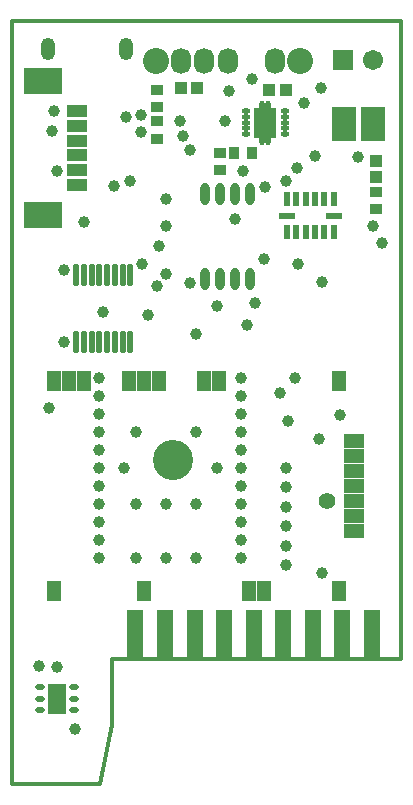
<source format=gbs>
%FSLAX25Y25*%
%MOIN*%
G70*
G01*
G75*
G04 Layer_Color=16711935*
%ADD10R,0.09449X0.06693*%
%ADD11R,0.04331X0.06693*%
%ADD12R,0.03150X0.03543*%
%ADD13R,0.03543X0.03150*%
%ADD14R,0.03937X0.05512*%
%ADD15R,0.05000X0.05000*%
%ADD16R,0.04724X0.03543*%
%ADD17R,0.05512X0.05512*%
%ADD18R,0.01575X0.05315*%
%ADD19R,0.02756X0.03543*%
%ADD20R,0.03543X0.02756*%
%ADD21R,0.07874X0.15748*%
%ADD22R,0.15748X0.15748*%
%ADD23O,0.02165X0.06890*%
%ADD24O,0.06890X0.02165*%
%ADD25O,0.06693X0.01181*%
%ADD26R,0.06693X0.09449*%
%ADD27C,0.01575*%
%ADD28C,0.01181*%
%ADD29C,0.00984*%
%ADD30C,0.01378*%
%ADD31R,0.04724X0.15748*%
%ADD32C,0.12598*%
%ADD33C,0.05906*%
%ADD34R,0.05906X0.05906*%
%ADD35O,0.03937X0.06693*%
%ADD36O,0.05906X0.07874*%
%ADD37C,0.07874*%
%ADD38C,0.03150*%
%ADD39C,0.04724*%
%ADD40C,0.01969*%
%ADD41R,0.04000X0.06000*%
%ADD42R,0.06000X0.04000*%
%ADD43R,0.06496X0.09449*%
%ADD44O,0.00984X0.03937*%
%ADD45O,0.01969X0.00984*%
%ADD46R,0.01969X0.04801*%
%ADD47R,0.05001X0.01969*%
%ADD48O,0.02362X0.06693*%
%ADD49R,0.06299X0.03150*%
%ADD50R,0.11811X0.08268*%
%ADD51R,0.07677X0.10827*%
%ADD52R,0.05906X0.09449*%
%ADD53O,0.02756X0.01772*%
%ADD54O,0.01378X0.06693*%
%ADD55C,0.03150*%
%ADD56C,0.02362*%
%ADD57C,0.00800*%
%ADD58C,0.01000*%
%ADD59C,0.00787*%
%ADD60C,0.00394*%
%ADD61C,0.00591*%
%ADD62R,0.10249X0.07493*%
%ADD63R,0.05131X0.07493*%
%ADD64R,0.03950X0.04343*%
%ADD65R,0.04343X0.03950*%
%ADD66R,0.04737X0.06312*%
%ADD67R,0.05800X0.05800*%
%ADD68R,0.05524X0.04343*%
%ADD69R,0.06312X0.06312*%
%ADD70R,0.01969X0.05709*%
%ADD71R,0.03556X0.04343*%
%ADD72R,0.04343X0.03556*%
%ADD73R,0.08674X0.16548*%
%ADD74R,0.16548X0.16548*%
%ADD75O,0.02559X0.07284*%
%ADD76O,0.07284X0.02559*%
%ADD77O,0.07493X0.01981*%
%ADD78R,0.07493X0.10249*%
%ADD79R,0.05524X0.16548*%
%ADD80C,0.13398*%
%ADD81C,0.06706*%
%ADD82R,0.06706X0.06706*%
%ADD83O,0.04737X0.07493*%
%ADD84O,0.06706X0.08674*%
%ADD85C,0.08674*%
%ADD86C,0.03950*%
%ADD87C,0.05524*%
%ADD88C,0.02769*%
%ADD89R,0.04800X0.06800*%
%ADD90R,0.06800X0.04800*%
%ADD91R,0.07296X0.10249*%
%ADD92O,0.01784X0.04737*%
%ADD93O,0.02769X0.01784*%
%ADD94R,0.02169X0.05001*%
%ADD95R,0.05201X0.02169*%
%ADD96O,0.03162X0.07493*%
%ADD97R,0.07099X0.03950*%
%ADD98R,0.12611X0.09068*%
%ADD99R,0.08477X0.11627*%
%ADD100R,0.06299X0.09843*%
%ADD101O,0.03150X0.02165*%
%ADD102O,0.02178X0.07493*%
D28*
X35433Y31496D02*
X64961D01*
X165354Y73228D02*
Y285827D01*
X35433D02*
X165354D01*
X35433Y31496D02*
Y285827D01*
X64961Y31496D02*
X68898Y51181D01*
Y73228D02*
X165354D01*
X68898Y51181D02*
Y73228D01*
D64*
X126756Y263000D02*
D03*
X121244D02*
D03*
X91744Y263500D02*
D03*
X97256D02*
D03*
D65*
X157000Y239256D02*
D03*
Y233744D02*
D03*
D71*
X115453Y242000D02*
D03*
X109547D02*
D03*
D72*
X84000Y262953D02*
D03*
Y257047D02*
D03*
Y252453D02*
D03*
Y246547D02*
D03*
X105000Y241953D02*
D03*
Y236047D02*
D03*
X157000Y223047D02*
D03*
Y228953D02*
D03*
D79*
X155500Y81102D02*
D03*
X145658D02*
D03*
X135815D02*
D03*
X125972D02*
D03*
X116130D02*
D03*
X106287D02*
D03*
X96445D02*
D03*
X86500D02*
D03*
X76500D02*
D03*
D80*
X89382Y139480D02*
D03*
D81*
X156000Y273000D02*
D03*
D82*
X146000D02*
D03*
D83*
X47500Y276500D02*
D03*
X73484D02*
D03*
D84*
X123232Y272500D02*
D03*
X107484D02*
D03*
X99610D02*
D03*
X91736D02*
D03*
D85*
X131500D02*
D03*
X83469D02*
D03*
D86*
X151000Y240500D02*
D03*
X69500Y231000D02*
D03*
X81000Y188000D02*
D03*
X50500Y236000D02*
D03*
X116492Y192008D02*
D03*
X114000Y184500D02*
D03*
X127000Y232500D02*
D03*
X136500Y241000D02*
D03*
X130500Y237000D02*
D03*
X48000Y157000D02*
D03*
X125000Y162000D02*
D03*
X87000Y226500D02*
D03*
X75000Y232500D02*
D03*
X59500Y219000D02*
D03*
X131000Y205000D02*
D03*
X112500Y236000D02*
D03*
X120000Y230500D02*
D03*
X110000Y220000D02*
D03*
X106500Y252500D02*
D03*
X108000Y262500D02*
D03*
X84000Y197500D02*
D03*
X86992Y201500D02*
D03*
X115500Y266500D02*
D03*
X138000Y146500D02*
D03*
X78500Y254500D02*
D03*
X73500Y254000D02*
D03*
X56500Y50000D02*
D03*
X95000Y243000D02*
D03*
X127500Y152500D02*
D03*
X130000Y166750D02*
D03*
X78500Y249000D02*
D03*
X48957Y249205D02*
D03*
X138736Y198744D02*
D03*
X95000Y198500D02*
D03*
X119500Y206500D02*
D03*
X104000Y191000D02*
D03*
X49500Y256000D02*
D03*
X91500Y252500D02*
D03*
X92500Y247508D02*
D03*
X84500Y211000D02*
D03*
X87000Y217500D02*
D03*
X145000Y154500D02*
D03*
X97000Y181500D02*
D03*
X53000Y179000D02*
D03*
Y203000D02*
D03*
X79000Y205000D02*
D03*
X65862Y189000D02*
D03*
X139000Y102000D02*
D03*
X114500Y96000D02*
D03*
X138500Y263500D02*
D03*
X112000Y167000D02*
D03*
Y161000D02*
D03*
Y155000D02*
D03*
Y149000D02*
D03*
Y143000D02*
D03*
Y137000D02*
D03*
Y131000D02*
D03*
Y125000D02*
D03*
Y119000D02*
D03*
Y113000D02*
D03*
Y107000D02*
D03*
X64500D02*
D03*
Y113000D02*
D03*
Y119000D02*
D03*
Y125000D02*
D03*
Y131000D02*
D03*
Y137000D02*
D03*
Y143000D02*
D03*
Y149000D02*
D03*
Y155000D02*
D03*
Y161000D02*
D03*
Y167000D02*
D03*
X44500Y71000D02*
D03*
X50500Y70500D02*
D03*
X127000Y137000D02*
D03*
Y130500D02*
D03*
Y124000D02*
D03*
Y117500D02*
D03*
Y111000D02*
D03*
Y104500D02*
D03*
X77000Y107000D02*
D03*
X87000D02*
D03*
X97000D02*
D03*
X77000Y125000D02*
D03*
X87000D02*
D03*
X97000D02*
D03*
X77000Y149000D02*
D03*
X97000D02*
D03*
X104000Y137000D02*
D03*
X73000D02*
D03*
X133000Y258500D02*
D03*
X119748Y251500D02*
D03*
X156000Y217500D02*
D03*
X159000Y212000D02*
D03*
D87*
X140500Y126000D02*
D03*
D88*
X50500Y62165D02*
D03*
Y57835D02*
D03*
D89*
X49500Y166000D02*
D03*
X54500D02*
D03*
X59500D02*
D03*
X74500D02*
D03*
X79500D02*
D03*
X84500D02*
D03*
X99500D02*
D03*
X104500D02*
D03*
X144500D02*
D03*
Y96000D02*
D03*
X119500D02*
D03*
X114500D02*
D03*
X79500D02*
D03*
X49500D02*
D03*
D90*
X149500Y146000D02*
D03*
Y141000D02*
D03*
Y136000D02*
D03*
Y131000D02*
D03*
Y126000D02*
D03*
Y121000D02*
D03*
Y116000D02*
D03*
D91*
X120000Y252000D02*
D03*
D92*
X121000Y257000D02*
D03*
X119000D02*
D03*
Y247000D02*
D03*
X121000D02*
D03*
D93*
X113602Y255937D02*
D03*
Y253969D02*
D03*
Y252000D02*
D03*
Y250031D02*
D03*
Y248063D02*
D03*
X126398D02*
D03*
Y250031D02*
D03*
Y252000D02*
D03*
Y253969D02*
D03*
Y255937D02*
D03*
D94*
X127118Y226597D02*
D03*
X130268D02*
D03*
X133417D02*
D03*
X136567D02*
D03*
X139716D02*
D03*
X142866D02*
D03*
X142866Y215403D02*
D03*
X139716D02*
D03*
X136567D02*
D03*
X133417D02*
D03*
X130268D02*
D03*
X127118D02*
D03*
D95*
X142758Y221000D02*
D03*
X127226D02*
D03*
D96*
X100000Y228075D02*
D03*
X105000D02*
D03*
X110000D02*
D03*
X115000D02*
D03*
X100000Y199925D02*
D03*
X105000D02*
D03*
X110000D02*
D03*
X115000D02*
D03*
D97*
X57350Y255803D02*
D03*
Y250882D02*
D03*
Y245961D02*
D03*
Y241039D02*
D03*
Y236118D02*
D03*
Y231197D02*
D03*
D98*
X45933Y265843D02*
D03*
Y221158D02*
D03*
D99*
X155823Y251500D02*
D03*
X146177D02*
D03*
D100*
X50500Y60000D02*
D03*
D101*
X56209Y56063D02*
D03*
Y60000D02*
D03*
Y63937D02*
D03*
X44791D02*
D03*
Y60000D02*
D03*
Y56063D02*
D03*
D102*
X57043Y201220D02*
D03*
X59602D02*
D03*
X62161D02*
D03*
X64720D02*
D03*
X67279D02*
D03*
X69839D02*
D03*
X72398D02*
D03*
X74957D02*
D03*
X57043Y178779D02*
D03*
X59602D02*
D03*
X62161D02*
D03*
X64720D02*
D03*
X67279D02*
D03*
X69839D02*
D03*
X72398D02*
D03*
X74957D02*
D03*
M02*

</source>
